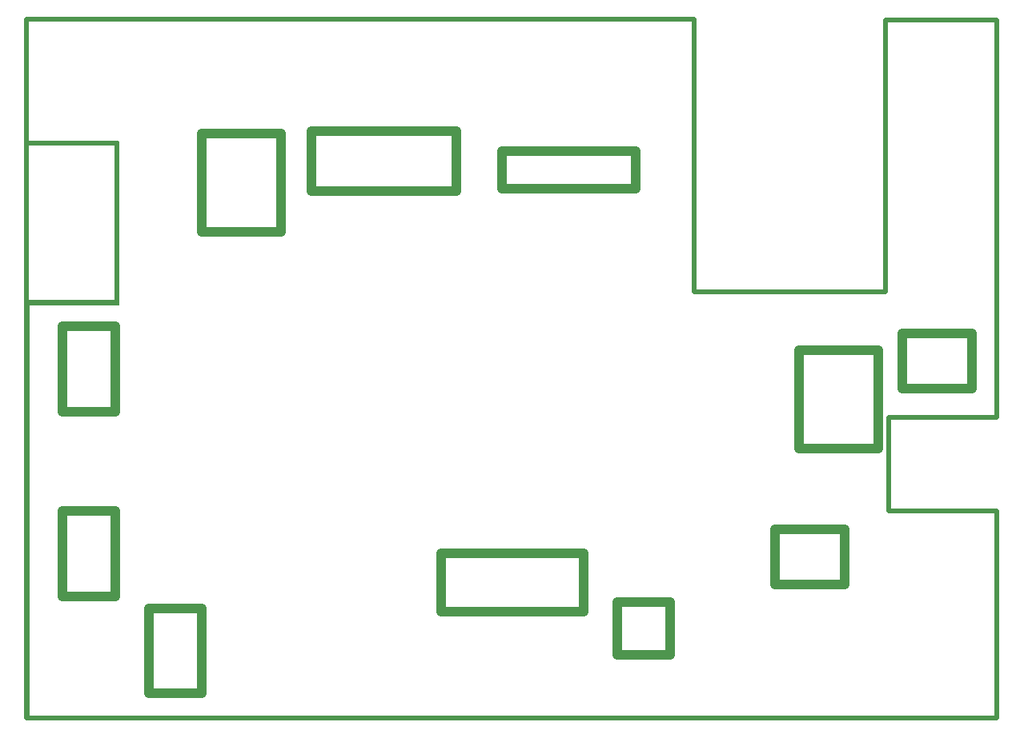
<source format=gko>
G04 start of page 6 for group 4 idx 4 *
G04 Title: (unknown), outline *
G04 Creator: pcb 20110918 *
G04 CreationDate: Mon Dec 23 20:18:39 2013 UTC *
G04 For: fosse *
G04 Format: Gerber/RS-274X *
G04 PCB-Dimensions: 550000 350000 *
G04 PCB-Coordinate-Origin: lower left *
%MOIN*%
%FSLAX25Y25*%
%LNOUTLINE*%
%ADD53C,0.0200*%
%ADD52C,0.0060*%
%ADD51C,0.0400*%
G54D51*X110500Y261500D02*X143500D01*
X235500Y254000D02*Y238500D01*
X291000D01*
Y254000D01*
X235500D01*
X216500Y262500D02*X156000D01*
G54D52*X75700Y258200D02*X38300D01*
G54D53*X315500Y309000D02*X37600D01*
Y257500D02*X75000D01*
G54D51*X88500Y28000D02*Y63500D01*
X110500D01*
Y28000D01*
X88500D01*
X52500Y104000D02*Y68500D01*
X74500D01*
Y104000D01*
X52500D01*
Y145500D02*Y181000D01*
X74500D01*
Y145500D01*
X52500D01*
G54D52*X75700Y190300D02*X38300D01*
G54D53*X75000Y191000D02*X37600D01*
G54D51*X143500Y261500D02*Y221000D01*
Y261500D02*Y220500D01*
X110500D01*
Y261500D01*
G54D52*X75700Y258200D02*Y190300D01*
G54D53*X75000Y257500D02*Y191000D01*
G54D52*X38310Y18540D02*X38300Y190300D01*
G54D53*X37600Y191000D02*Y17900D01*
Y191000D02*Y17800D01*
Y309000D02*Y191000D01*
Y17800D02*X441600D01*
G54D51*X349000Y73500D02*Y96500D01*
X305500Y44000D02*Y66000D01*
X349000Y96500D02*X378000D01*
Y73500D01*
X349000D01*
X283500Y44000D02*X305500D01*
Y66000D02*X283500D01*
Y44000D01*
X210000Y62000D02*Y86500D01*
X269500D01*
Y62000D01*
X210000D01*
G54D53*X441600Y17800D02*Y104000D01*
G54D51*X402000Y178000D02*X431000D01*
Y155000D01*
X359000Y130000D02*Y171000D01*
X392000D02*Y130000D01*
X359000D01*
X431000Y155000D02*X402000D01*
Y178000D01*
X156000Y262500D02*Y237500D01*
X216500D01*
Y262500D01*
X359000Y171000D02*X392000D01*
G54D53*X315500Y195500D02*X395000D01*
Y308900D01*
X315500Y195500D02*Y309000D01*
X441600Y308900D02*X395000D01*
X396500Y143000D02*X441600D01*
Y104000D02*X396500D01*
Y143000D01*
X441600D02*Y308900D01*
M02*

</source>
